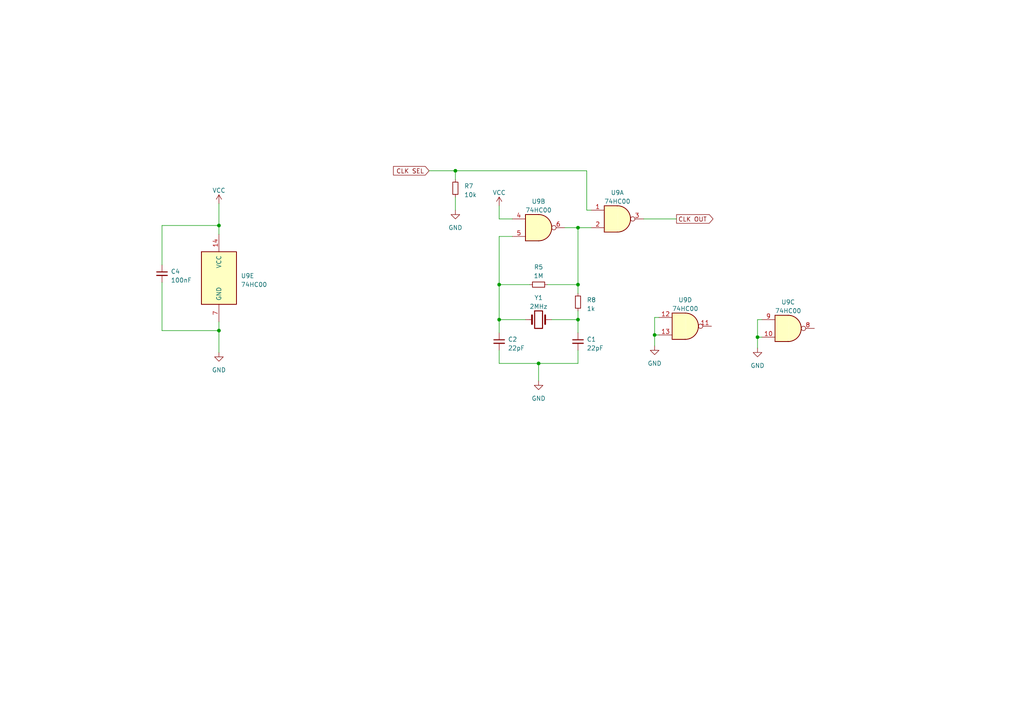
<source format=kicad_sch>
(kicad_sch (version 20230121) (generator eeschema)

  (uuid 9870616a-1660-4445-8fa4-76ab1748aa93)

  (paper "A4")

  (title_block
    (title "Oscillator")
    (date "2023-04-25")
    (rev "1")
    (company "ZLED")
  )

  (lib_symbols
    (symbol "74xx:74LS00" (pin_names (offset 1.016)) (in_bom yes) (on_board yes)
      (property "Reference" "U" (at 0 1.27 0)
        (effects (font (size 1.27 1.27)))
      )
      (property "Value" "74LS00" (at 0 -1.27 0)
        (effects (font (size 1.27 1.27)))
      )
      (property "Footprint" "" (at 0 0 0)
        (effects (font (size 1.27 1.27)) hide)
      )
      (property "Datasheet" "http://www.ti.com/lit/gpn/sn74ls00" (at 0 0 0)
        (effects (font (size 1.27 1.27)) hide)
      )
      (property "ki_locked" "" (at 0 0 0)
        (effects (font (size 1.27 1.27)))
      )
      (property "ki_keywords" "TTL nand 2-input" (at 0 0 0)
        (effects (font (size 1.27 1.27)) hide)
      )
      (property "ki_description" "quad 2-input NAND gate" (at 0 0 0)
        (effects (font (size 1.27 1.27)) hide)
      )
      (property "ki_fp_filters" "DIP*W7.62mm* SO14*" (at 0 0 0)
        (effects (font (size 1.27 1.27)) hide)
      )
      (symbol "74LS00_1_1"
        (arc (start 0 -3.81) (mid 3.7934 0) (end 0 3.81)
          (stroke (width 0.254) (type default))
          (fill (type background))
        )
        (polyline
          (pts
            (xy 0 3.81)
            (xy -3.81 3.81)
            (xy -3.81 -3.81)
            (xy 0 -3.81)
          )
          (stroke (width 0.254) (type default))
          (fill (type background))
        )
        (pin input line (at -7.62 2.54 0) (length 3.81)
          (name "~" (effects (font (size 1.27 1.27))))
          (number "1" (effects (font (size 1.27 1.27))))
        )
        (pin input line (at -7.62 -2.54 0) (length 3.81)
          (name "~" (effects (font (size 1.27 1.27))))
          (number "2" (effects (font (size 1.27 1.27))))
        )
        (pin output inverted (at 7.62 0 180) (length 3.81)
          (name "~" (effects (font (size 1.27 1.27))))
          (number "3" (effects (font (size 1.27 1.27))))
        )
      )
      (symbol "74LS00_1_2"
        (arc (start -3.81 -3.81) (mid -2.589 0) (end -3.81 3.81)
          (stroke (width 0.254) (type default))
          (fill (type none))
        )
        (arc (start -0.6096 -3.81) (mid 2.1842 -2.5851) (end 3.81 0)
          (stroke (width 0.254) (type default))
          (fill (type background))
        )
        (polyline
          (pts
            (xy -3.81 -3.81)
            (xy -0.635 -3.81)
          )
          (stroke (width 0.254) (type default))
          (fill (type background))
        )
        (polyline
          (pts
            (xy -3.81 3.81)
            (xy -0.635 3.81)
          )
          (stroke (width 0.254) (type default))
          (fill (type background))
        )
        (polyline
          (pts
            (xy -0.635 3.81)
            (xy -3.81 3.81)
            (xy -3.81 3.81)
            (xy -3.556 3.4036)
            (xy -3.0226 2.2606)
            (xy -2.6924 1.0414)
            (xy -2.6162 -0.254)
            (xy -2.7686 -1.4986)
            (xy -3.175 -2.7178)
            (xy -3.81 -3.81)
            (xy -3.81 -3.81)
            (xy -0.635 -3.81)
          )
          (stroke (width -25.4) (type default))
          (fill (type background))
        )
        (arc (start 3.81 0) (mid 2.1915 2.5936) (end -0.6096 3.81)
          (stroke (width 0.254) (type default))
          (fill (type background))
        )
        (pin input inverted (at -7.62 2.54 0) (length 4.318)
          (name "~" (effects (font (size 1.27 1.27))))
          (number "1" (effects (font (size 1.27 1.27))))
        )
        (pin input inverted (at -7.62 -2.54 0) (length 4.318)
          (name "~" (effects (font (size 1.27 1.27))))
          (number "2" (effects (font (size 1.27 1.27))))
        )
        (pin output line (at 7.62 0 180) (length 3.81)
          (name "~" (effects (font (size 1.27 1.27))))
          (number "3" (effects (font (size 1.27 1.27))))
        )
      )
      (symbol "74LS00_2_1"
        (arc (start 0 -3.81) (mid 3.7934 0) (end 0 3.81)
          (stroke (width 0.254) (type default))
          (fill (type background))
        )
        (polyline
          (pts
            (xy 0 3.81)
            (xy -3.81 3.81)
            (xy -3.81 -3.81)
            (xy 0 -3.81)
          )
          (stroke (width 0.254) (type default))
          (fill (type background))
        )
        (pin input line (at -7.62 2.54 0) (length 3.81)
          (name "~" (effects (font (size 1.27 1.27))))
          (number "4" (effects (font (size 1.27 1.27))))
        )
        (pin input line (at -7.62 -2.54 0) (length 3.81)
          (name "~" (effects (font (size 1.27 1.27))))
          (number "5" (effects (font (size 1.27 1.27))))
        )
        (pin output inverted (at 7.62 0 180) (length 3.81)
          (name "~" (effects (font (size 1.27 1.27))))
          (number "6" (effects (font (size 1.27 1.27))))
        )
      )
      (symbol "74LS00_2_2"
        (arc (start -3.81 -3.81) (mid -2.589 0) (end -3.81 3.81)
          (stroke (width 0.254) (type default))
          (fill (type none))
        )
        (arc (start -0.6096 -3.81) (mid 2.1842 -2.5851) (end 3.81 0)
          (stroke (width 0.254) (type default))
          (fill (type background))
        )
        (polyline
          (pts
            (xy -3.81 -3.81)
            (xy -0.635 -3.81)
          )
          (stroke (width 0.254) (type default))
          (fill (type background))
        )
        (polyline
          (pts
            (xy -3.81 3.81)
            (xy -0.635 3.81)
          )
          (stroke (width 0.254) (type default))
          (fill (type background))
        )
        (polyline
          (pts
            (xy -0.635 3.81)
            (xy -3.81 3.81)
            (xy -3.81 3.81)
            (xy -3.556 3.4036)
            (xy -3.0226 2.2606)
            (xy -2.6924 1.0414)
            (xy -2.6162 -0.254)
            (xy -2.7686 -1.4986)
            (xy -3.175 -2.7178)
            (xy -3.81 -3.81)
            (xy -3.81 -3.81)
            (xy -0.635 -3.81)
          )
          (stroke (width -25.4) (type default))
          (fill (type background))
        )
        (arc (start 3.81 0) (mid 2.1915 2.5936) (end -0.6096 3.81)
          (stroke (width 0.254) (type default))
          (fill (type background))
        )
        (pin input inverted (at -7.62 2.54 0) (length 4.318)
          (name "~" (effects (font (size 1.27 1.27))))
          (number "4" (effects (font (size 1.27 1.27))))
        )
        (pin input inverted (at -7.62 -2.54 0) (length 4.318)
          (name "~" (effects (font (size 1.27 1.27))))
          (number "5" (effects (font (size 1.27 1.27))))
        )
        (pin output line (at 7.62 0 180) (length 3.81)
          (name "~" (effects (font (size 1.27 1.27))))
          (number "6" (effects (font (size 1.27 1.27))))
        )
      )
      (symbol "74LS00_3_1"
        (arc (start 0 -3.81) (mid 3.7934 0) (end 0 3.81)
          (stroke (width 0.254) (type default))
          (fill (type background))
        )
        (polyline
          (pts
            (xy 0 3.81)
            (xy -3.81 3.81)
            (xy -3.81 -3.81)
            (xy 0 -3.81)
          )
          (stroke (width 0.254) (type default))
          (fill (type background))
        )
        (pin input line (at -7.62 -2.54 0) (length 3.81)
          (name "~" (effects (font (size 1.27 1.27))))
          (number "10" (effects (font (size 1.27 1.27))))
        )
        (pin output inverted (at 7.62 0 180) (length 3.81)
          (name "~" (effects (font (size 1.27 1.27))))
          (number "8" (effects (font (size 1.27 1.27))))
        )
        (pin input line (at -7.62 2.54 0) (length 3.81)
          (name "~" (effects (font (size 1.27 1.27))))
          (number "9" (effects (font (size 1.27 1.27))))
        )
      )
      (symbol "74LS00_3_2"
        (arc (start -3.81 -3.81) (mid -2.589 0) (end -3.81 3.81)
          (stroke (width 0.254) (type default))
          (fill (type none))
        )
        (arc (start -0.6096 -3.81) (mid 2.1842 -2.5851) (end 3.81 0)
          (stroke (width 0.254) (type default))
          (fill (type background))
        )
        (polyline
          (pts
            (xy -3.81 -3.81)
            (xy -0.635 -3.81)
          )
          (stroke (width 0.254) (type default))
          (fill (type background))
        )
        (polyline
          (pts
            (xy -3.81 3.81)
            (xy -0.635 3.81)
          )
          (stroke (width 0.254) (type default))
          (fill (type background))
        )
        (polyline
          (pts
            (xy -0.635 3.81)
            (xy -3.81 3.81)
            (xy -3.81 3.81)
            (xy -3.556 3.4036)
            (xy -3.0226 2.2606)
            (xy -2.6924 1.0414)
            (xy -2.6162 -0.254)
            (xy -2.7686 -1.4986)
            (xy -3.175 -2.7178)
            (xy -3.81 -3.81)
            (xy -3.81 -3.81)
            (xy -0.635 -3.81)
          )
          (stroke (width -25.4) (type default))
          (fill (type background))
        )
        (arc (start 3.81 0) (mid 2.1915 2.5936) (end -0.6096 3.81)
          (stroke (width 0.254) (type default))
          (fill (type background))
        )
        (pin input inverted (at -7.62 -2.54 0) (length 4.318)
          (name "~" (effects (font (size 1.27 1.27))))
          (number "10" (effects (font (size 1.27 1.27))))
        )
        (pin output line (at 7.62 0 180) (length 3.81)
          (name "~" (effects (font (size 1.27 1.27))))
          (number "8" (effects (font (size 1.27 1.27))))
        )
        (pin input inverted (at -7.62 2.54 0) (length 4.318)
          (name "~" (effects (font (size 1.27 1.27))))
          (number "9" (effects (font (size 1.27 1.27))))
        )
      )
      (symbol "74LS00_4_1"
        (arc (start 0 -3.81) (mid 3.7934 0) (end 0 3.81)
          (stroke (width 0.254) (type default))
          (fill (type background))
        )
        (polyline
          (pts
            (xy 0 3.81)
            (xy -3.81 3.81)
            (xy -3.81 -3.81)
            (xy 0 -3.81)
          )
          (stroke (width 0.254) (type default))
          (fill (type background))
        )
        (pin output inverted (at 7.62 0 180) (length 3.81)
          (name "~" (effects (font (size 1.27 1.27))))
          (number "11" (effects (font (size 1.27 1.27))))
        )
        (pin input line (at -7.62 2.54 0) (length 3.81)
          (name "~" (effects (font (size 1.27 1.27))))
          (number "12" (effects (font (size 1.27 1.27))))
        )
        (pin input line (at -7.62 -2.54 0) (length 3.81)
          (name "~" (effects (font (size 1.27 1.27))))
          (number "13" (effects (font (size 1.27 1.27))))
        )
      )
      (symbol "74LS00_4_2"
        (arc (start -3.81 -3.81) (mid -2.589 0) (end -3.81 3.81)
          (stroke (width 0.254) (type default))
          (fill (type none))
        )
        (arc (start -0.6096 -3.81) (mid 2.1842 -2.5851) (end 3.81 0)
          (stroke (width 0.254) (type default))
          (fill (type background))
        )
        (polyline
          (pts
            (xy -3.81 -3.81)
            (xy -0.635 -3.81)
          )
          (stroke (width 0.254) (type default))
          (fill (type background))
        )
        (polyline
          (pts
            (xy -3.81 3.81)
            (xy -0.635 3.81)
          )
          (stroke (width 0.254) (type default))
          (fill (type background))
        )
        (polyline
          (pts
            (xy -0.635 3.81)
            (xy -3.81 3.81)
            (xy -3.81 3.81)
            (xy -3.556 3.4036)
            (xy -3.0226 2.2606)
            (xy -2.6924 1.0414)
            (xy -2.6162 -0.254)
            (xy -2.7686 -1.4986)
            (xy -3.175 -2.7178)
            (xy -3.81 -3.81)
            (xy -3.81 -3.81)
            (xy -0.635 -3.81)
          )
          (stroke (width -25.4) (type default))
          (fill (type background))
        )
        (arc (start 3.81 0) (mid 2.1915 2.5936) (end -0.6096 3.81)
          (stroke (width 0.254) (type default))
          (fill (type background))
        )
        (pin output line (at 7.62 0 180) (length 3.81)
          (name "~" (effects (font (size 1.27 1.27))))
          (number "11" (effects (font (size 1.27 1.27))))
        )
        (pin input inverted (at -7.62 2.54 0) (length 4.318)
          (name "~" (effects (font (size 1.27 1.27))))
          (number "12" (effects (font (size 1.27 1.27))))
        )
        (pin input inverted (at -7.62 -2.54 0) (length 4.318)
          (name "~" (effects (font (size 1.27 1.27))))
          (number "13" (effects (font (size 1.27 1.27))))
        )
      )
      (symbol "74LS00_5_0"
        (pin power_in line (at 0 12.7 270) (length 5.08)
          (name "VCC" (effects (font (size 1.27 1.27))))
          (number "14" (effects (font (size 1.27 1.27))))
        )
        (pin power_in line (at 0 -12.7 90) (length 5.08)
          (name "GND" (effects (font (size 1.27 1.27))))
          (number "7" (effects (font (size 1.27 1.27))))
        )
      )
      (symbol "74LS00_5_1"
        (rectangle (start -5.08 7.62) (end 5.08 -7.62)
          (stroke (width 0.254) (type default))
          (fill (type background))
        )
      )
    )
    (symbol "Device:C_Small" (pin_numbers hide) (pin_names (offset 0.254) hide) (in_bom yes) (on_board yes)
      (property "Reference" "C" (at 0.254 1.778 0)
        (effects (font (size 1.27 1.27)) (justify left))
      )
      (property "Value" "C_Small" (at 0.254 -2.032 0)
        (effects (font (size 1.27 1.27)) (justify left))
      )
      (property "Footprint" "" (at 0 0 0)
        (effects (font (size 1.27 1.27)) hide)
      )
      (property "Datasheet" "~" (at 0 0 0)
        (effects (font (size 1.27 1.27)) hide)
      )
      (property "ki_keywords" "capacitor cap" (at 0 0 0)
        (effects (font (size 1.27 1.27)) hide)
      )
      (property "ki_description" "Unpolarized capacitor, small symbol" (at 0 0 0)
        (effects (font (size 1.27 1.27)) hide)
      )
      (property "ki_fp_filters" "C_*" (at 0 0 0)
        (effects (font (size 1.27 1.27)) hide)
      )
      (symbol "C_Small_0_1"
        (polyline
          (pts
            (xy -1.524 -0.508)
            (xy 1.524 -0.508)
          )
          (stroke (width 0.3302) (type default))
          (fill (type none))
        )
        (polyline
          (pts
            (xy -1.524 0.508)
            (xy 1.524 0.508)
          )
          (stroke (width 0.3048) (type default))
          (fill (type none))
        )
      )
      (symbol "C_Small_1_1"
        (pin passive line (at 0 2.54 270) (length 2.032)
          (name "~" (effects (font (size 1.27 1.27))))
          (number "1" (effects (font (size 1.27 1.27))))
        )
        (pin passive line (at 0 -2.54 90) (length 2.032)
          (name "~" (effects (font (size 1.27 1.27))))
          (number "2" (effects (font (size 1.27 1.27))))
        )
      )
    )
    (symbol "Device:Crystal" (pin_numbers hide) (pin_names (offset 1.016) hide) (in_bom yes) (on_board yes)
      (property "Reference" "Y" (at 0 3.81 0)
        (effects (font (size 1.27 1.27)))
      )
      (property "Value" "Crystal" (at 0 -3.81 0)
        (effects (font (size 1.27 1.27)))
      )
      (property "Footprint" "" (at 0 0 0)
        (effects (font (size 1.27 1.27)) hide)
      )
      (property "Datasheet" "~" (at 0 0 0)
        (effects (font (size 1.27 1.27)) hide)
      )
      (property "ki_keywords" "quartz ceramic resonator oscillator" (at 0 0 0)
        (effects (font (size 1.27 1.27)) hide)
      )
      (property "ki_description" "Two pin crystal" (at 0 0 0)
        (effects (font (size 1.27 1.27)) hide)
      )
      (property "ki_fp_filters" "Crystal*" (at 0 0 0)
        (effects (font (size 1.27 1.27)) hide)
      )
      (symbol "Crystal_0_1"
        (rectangle (start -1.143 2.54) (end 1.143 -2.54)
          (stroke (width 0.3048) (type default))
          (fill (type none))
        )
        (polyline
          (pts
            (xy -2.54 0)
            (xy -1.905 0)
          )
          (stroke (width 0) (type default))
          (fill (type none))
        )
        (polyline
          (pts
            (xy -1.905 -1.27)
            (xy -1.905 1.27)
          )
          (stroke (width 0.508) (type default))
          (fill (type none))
        )
        (polyline
          (pts
            (xy 1.905 -1.27)
            (xy 1.905 1.27)
          )
          (stroke (width 0.508) (type default))
          (fill (type none))
        )
        (polyline
          (pts
            (xy 2.54 0)
            (xy 1.905 0)
          )
          (stroke (width 0) (type default))
          (fill (type none))
        )
      )
      (symbol "Crystal_1_1"
        (pin passive line (at -3.81 0 0) (length 1.27)
          (name "1" (effects (font (size 1.27 1.27))))
          (number "1" (effects (font (size 1.27 1.27))))
        )
        (pin passive line (at 3.81 0 180) (length 1.27)
          (name "2" (effects (font (size 1.27 1.27))))
          (number "2" (effects (font (size 1.27 1.27))))
        )
      )
    )
    (symbol "Device:R_Small" (pin_numbers hide) (pin_names (offset 0.254) hide) (in_bom yes) (on_board yes)
      (property "Reference" "R" (at 0.762 0.508 0)
        (effects (font (size 1.27 1.27)) (justify left))
      )
      (property "Value" "R_Small" (at 0.762 -1.016 0)
        (effects (font (size 1.27 1.27)) (justify left))
      )
      (property "Footprint" "" (at 0 0 0)
        (effects (font (size 1.27 1.27)) hide)
      )
      (property "Datasheet" "~" (at 0 0 0)
        (effects (font (size 1.27 1.27)) hide)
      )
      (property "ki_keywords" "R resistor" (at 0 0 0)
        (effects (font (size 1.27 1.27)) hide)
      )
      (property "ki_description" "Resistor, small symbol" (at 0 0 0)
        (effects (font (size 1.27 1.27)) hide)
      )
      (property "ki_fp_filters" "R_*" (at 0 0 0)
        (effects (font (size 1.27 1.27)) hide)
      )
      (symbol "R_Small_0_1"
        (rectangle (start -0.762 1.778) (end 0.762 -1.778)
          (stroke (width 0.2032) (type default))
          (fill (type none))
        )
      )
      (symbol "R_Small_1_1"
        (pin passive line (at 0 2.54 270) (length 0.762)
          (name "~" (effects (font (size 1.27 1.27))))
          (number "1" (effects (font (size 1.27 1.27))))
        )
        (pin passive line (at 0 -2.54 90) (length 0.762)
          (name "~" (effects (font (size 1.27 1.27))))
          (number "2" (effects (font (size 1.27 1.27))))
        )
      )
    )
    (symbol "power:GND" (power) (pin_names (offset 0)) (in_bom yes) (on_board yes)
      (property "Reference" "#PWR" (at 0 -6.35 0)
        (effects (font (size 1.27 1.27)) hide)
      )
      (property "Value" "GND" (at 0 -3.81 0)
        (effects (font (size 1.27 1.27)))
      )
      (property "Footprint" "" (at 0 0 0)
        (effects (font (size 1.27 1.27)) hide)
      )
      (property "Datasheet" "" (at 0 0 0)
        (effects (font (size 1.27 1.27)) hide)
      )
      (property "ki_keywords" "global power" (at 0 0 0)
        (effects (font (size 1.27 1.27)) hide)
      )
      (property "ki_description" "Power symbol creates a global label with name \"GND\" , ground" (at 0 0 0)
        (effects (font (size 1.27 1.27)) hide)
      )
      (symbol "GND_0_1"
        (polyline
          (pts
            (xy 0 0)
            (xy 0 -1.27)
            (xy 1.27 -1.27)
            (xy 0 -2.54)
            (xy -1.27 -1.27)
            (xy 0 -1.27)
          )
          (stroke (width 0) (type default))
          (fill (type none))
        )
      )
      (symbol "GND_1_1"
        (pin power_in line (at 0 0 270) (length 0) hide
          (name "GND" (effects (font (size 1.27 1.27))))
          (number "1" (effects (font (size 1.27 1.27))))
        )
      )
    )
    (symbol "power:VCC" (power) (pin_names (offset 0)) (in_bom yes) (on_board yes)
      (property "Reference" "#PWR" (at 0 -3.81 0)
        (effects (font (size 1.27 1.27)) hide)
      )
      (property "Value" "VCC" (at 0 3.81 0)
        (effects (font (size 1.27 1.27)))
      )
      (property "Footprint" "" (at 0 0 0)
        (effects (font (size 1.27 1.27)) hide)
      )
      (property "Datasheet" "" (at 0 0 0)
        (effects (font (size 1.27 1.27)) hide)
      )
      (property "ki_keywords" "global power" (at 0 0 0)
        (effects (font (size 1.27 1.27)) hide)
      )
      (property "ki_description" "Power symbol creates a global label with name \"VCC\"" (at 0 0 0)
        (effects (font (size 1.27 1.27)) hide)
      )
      (symbol "VCC_0_1"
        (polyline
          (pts
            (xy -0.762 1.27)
            (xy 0 2.54)
          )
          (stroke (width 0) (type default))
          (fill (type none))
        )
        (polyline
          (pts
            (xy 0 0)
            (xy 0 2.54)
          )
          (stroke (width 0) (type default))
          (fill (type none))
        )
        (polyline
          (pts
            (xy 0 2.54)
            (xy 0.762 1.27)
          )
          (stroke (width 0) (type default))
          (fill (type none))
        )
      )
      (symbol "VCC_1_1"
        (pin power_in line (at 0 0 90) (length 0) hide
          (name "VCC" (effects (font (size 1.27 1.27))))
          (number "1" (effects (font (size 1.27 1.27))))
        )
      )
    )
  )

  (junction (at 167.64 92.71) (diameter 0) (color 0 0 0 0)
    (uuid 06695938-4643-4139-a652-1df639d3caee)
  )
  (junction (at 63.5 65.405) (diameter 0) (color 0 0 0 0)
    (uuid 0b3f2943-25d4-4248-977c-fe737b40d0d4)
  )
  (junction (at 144.78 92.71) (diameter 0) (color 0 0 0 0)
    (uuid 13709829-498c-43df-9476-bccd4b01d692)
  )
  (junction (at 132.08 49.53) (diameter 0) (color 0 0 0 0)
    (uuid 3f4e433e-5d58-4c9c-b1f0-e23753576e07)
  )
  (junction (at 63.5 95.885) (diameter 0) (color 0 0 0 0)
    (uuid 5946c933-aa7f-46af-b91d-637756899ca3)
  )
  (junction (at 156.21 105.41) (diameter 0) (color 0 0 0 0)
    (uuid 6076148a-7199-4b19-8614-e2f980b13b15)
  )
  (junction (at 189.865 97.155) (diameter 0) (color 0 0 0 0)
    (uuid 67f225d6-54bb-4a41-a2c6-b5847a880cab)
  )
  (junction (at 144.78 82.55) (diameter 0) (color 0 0 0 0)
    (uuid 7c332d3e-70b3-4a46-a0a6-a279d1c555d6)
  )
  (junction (at 219.71 97.79) (diameter 0) (color 0 0 0 0)
    (uuid b2bb6cc3-65af-4ee2-bffb-453deb2959c8)
  )
  (junction (at 167.64 66.04) (diameter 0) (color 0 0 0 0)
    (uuid c4ce056b-0a01-4f78-b7fb-43117d135dae)
  )
  (junction (at 167.64 82.55) (diameter 0) (color 0 0 0 0)
    (uuid e7be7480-b7ae-4ac8-9ff1-b5dbec54e091)
  )

  (wire (pts (xy 144.78 68.58) (xy 144.78 82.55))
    (stroke (width 0) (type default))
    (uuid 06d9efa4-444b-4220-904c-a8c22da8debc)
  )
  (wire (pts (xy 170.18 60.96) (xy 171.45 60.96))
    (stroke (width 0) (type default))
    (uuid 083ac2d7-2206-4660-8c3a-99faba916dc8)
  )
  (wire (pts (xy 46.99 95.885) (xy 63.5 95.885))
    (stroke (width 0) (type default))
    (uuid 0a3f5ccd-64c0-4461-888a-ede18df455d6)
  )
  (wire (pts (xy 167.64 92.71) (xy 167.64 96.52))
    (stroke (width 0) (type default))
    (uuid 0e60d617-b31c-4af0-a6b5-e33dc9ef7276)
  )
  (wire (pts (xy 189.865 97.155) (xy 191.135 97.155))
    (stroke (width 0) (type default))
    (uuid 158183b3-9cc3-4177-a440-f070ea3570b0)
  )
  (wire (pts (xy 144.78 68.58) (xy 148.59 68.58))
    (stroke (width 0) (type default))
    (uuid 17d562d9-4c8d-42ba-9da9-b6e24541d751)
  )
  (wire (pts (xy 167.64 82.55) (xy 167.64 85.09))
    (stroke (width 0) (type default))
    (uuid 180b624a-1a15-41af-b88e-31a5d7f4ed86)
  )
  (wire (pts (xy 144.78 92.71) (xy 152.4 92.71))
    (stroke (width 0) (type default))
    (uuid 1ddf488a-37a8-47d6-8603-842ccb438119)
  )
  (wire (pts (xy 144.78 82.55) (xy 144.78 92.71))
    (stroke (width 0) (type default))
    (uuid 24c983b2-e9c7-4166-b57f-2278e92feac7)
  )
  (wire (pts (xy 158.75 82.55) (xy 167.64 82.55))
    (stroke (width 0) (type default))
    (uuid 2a72820c-2779-488c-af0c-955a930e721a)
  )
  (wire (pts (xy 219.71 97.79) (xy 220.98 97.79))
    (stroke (width 0) (type default))
    (uuid 2ade3305-954a-418b-b620-0cde721d02ba)
  )
  (wire (pts (xy 219.71 97.79) (xy 219.71 100.965))
    (stroke (width 0) (type default))
    (uuid 2c2507a5-4f45-448d-92a6-f5951b06e325)
  )
  (wire (pts (xy 144.78 105.41) (xy 156.21 105.41))
    (stroke (width 0) (type default))
    (uuid 3a30ed5f-b91f-4119-8258-12e1efe3bbd2)
  )
  (wire (pts (xy 144.78 92.71) (xy 144.78 96.52))
    (stroke (width 0) (type default))
    (uuid 3c1a6ed5-5872-4d28-afcd-20cbb2d91f1b)
  )
  (wire (pts (xy 219.71 92.71) (xy 220.98 92.71))
    (stroke (width 0) (type default))
    (uuid 4c63e56b-c5ba-4abe-87b7-ea8a2c74bcb9)
  )
  (wire (pts (xy 163.83 66.04) (xy 167.64 66.04))
    (stroke (width 0) (type default))
    (uuid 538ea3d7-78ea-4b55-96b2-097c03930643)
  )
  (wire (pts (xy 144.78 101.6) (xy 144.78 105.41))
    (stroke (width 0) (type default))
    (uuid 57e4acc1-fa2a-4aaa-a693-cb14c7681141)
  )
  (wire (pts (xy 46.99 65.405) (xy 63.5 65.405))
    (stroke (width 0) (type default))
    (uuid 5c512427-fdcb-4089-b135-147efcfb9a92)
  )
  (wire (pts (xy 144.78 63.5) (xy 148.59 63.5))
    (stroke (width 0) (type default))
    (uuid 5ddbf3bf-08d2-457e-bd92-6fd9f67b0b4b)
  )
  (wire (pts (xy 167.64 82.55) (xy 167.64 66.04))
    (stroke (width 0) (type default))
    (uuid 5e0c72fc-0ea2-4d5b-b8cb-9a9a9e1315b4)
  )
  (wire (pts (xy 219.71 92.71) (xy 219.71 97.79))
    (stroke (width 0) (type default))
    (uuid 5fdeb9b7-c838-48f0-8f6e-7a226dcd2770)
  )
  (wire (pts (xy 144.78 82.55) (xy 153.67 82.55))
    (stroke (width 0) (type default))
    (uuid 61acbf75-a78f-40cd-988c-418796bec519)
  )
  (wire (pts (xy 63.5 65.405) (xy 63.5 67.945))
    (stroke (width 0) (type default))
    (uuid 646a238f-1a42-484e-9168-a6dcf5c824d0)
  )
  (wire (pts (xy 167.64 101.6) (xy 167.64 105.41))
    (stroke (width 0) (type default))
    (uuid 6bafde30-774b-4d2d-96ac-138e87cc10d7)
  )
  (wire (pts (xy 132.08 49.53) (xy 132.08 52.07))
    (stroke (width 0) (type default))
    (uuid 6f0dfeb2-ea3b-4bbb-9c19-ac1ffdcdf993)
  )
  (wire (pts (xy 63.5 95.885) (xy 63.5 102.235))
    (stroke (width 0) (type default))
    (uuid 73802716-11fc-434b-9c63-cc7f8b7c5631)
  )
  (wire (pts (xy 63.5 95.885) (xy 63.5 93.345))
    (stroke (width 0) (type default))
    (uuid 86aad791-daaa-4eae-bee3-b079403126bf)
  )
  (wire (pts (xy 170.18 49.53) (xy 170.18 60.96))
    (stroke (width 0) (type default))
    (uuid 89f678e9-1ee2-4937-9808-7e24cb91e713)
  )
  (wire (pts (xy 46.99 81.915) (xy 46.99 95.885))
    (stroke (width 0) (type default))
    (uuid 92773f7c-6fdd-4ca0-aa40-c65d0566af5f)
  )
  (wire (pts (xy 167.64 90.17) (xy 167.64 92.71))
    (stroke (width 0) (type default))
    (uuid 93fbd43b-77fe-438a-a649-d5de12980a02)
  )
  (wire (pts (xy 160.02 92.71) (xy 167.64 92.71))
    (stroke (width 0) (type default))
    (uuid 992e7f2d-3696-4db2-b133-3cf9ec48f916)
  )
  (wire (pts (xy 156.21 105.41) (xy 167.64 105.41))
    (stroke (width 0) (type default))
    (uuid a2ff2488-ec18-4859-a474-4e423f04536d)
  )
  (wire (pts (xy 167.64 66.04) (xy 171.45 66.04))
    (stroke (width 0) (type default))
    (uuid aa4f2169-4f2a-4912-9a48-30e10e8cf76c)
  )
  (wire (pts (xy 132.08 57.15) (xy 132.08 60.96))
    (stroke (width 0) (type default))
    (uuid bb813755-b16f-453e-b6a7-3b609783da56)
  )
  (wire (pts (xy 63.5 59.055) (xy 63.5 65.405))
    (stroke (width 0) (type default))
    (uuid bf6ef6ef-3947-4ece-9c3a-35309b26e31d)
  )
  (wire (pts (xy 186.69 63.5) (xy 196.215 63.5))
    (stroke (width 0) (type default))
    (uuid c03a9691-bf48-478a-ae5b-4a6090967a47)
  )
  (wire (pts (xy 132.08 49.53) (xy 170.18 49.53))
    (stroke (width 0) (type default))
    (uuid c063ed9e-cd5a-473f-887d-a904e620a425)
  )
  (wire (pts (xy 124.46 49.53) (xy 132.08 49.53))
    (stroke (width 0) (type default))
    (uuid c89aff78-1e17-4bfc-b496-215a32e282d6)
  )
  (wire (pts (xy 46.99 76.835) (xy 46.99 65.405))
    (stroke (width 0) (type default))
    (uuid cfb5e940-e58f-48ee-9c68-deed4177317c)
  )
  (wire (pts (xy 156.21 105.41) (xy 156.21 110.49))
    (stroke (width 0) (type default))
    (uuid d4278893-cfe3-46d4-b3c2-38dc476c2452)
  )
  (wire (pts (xy 189.865 92.075) (xy 191.135 92.075))
    (stroke (width 0) (type default))
    (uuid dea81f03-b6fe-44ad-8ea1-218a5494103c)
  )
  (wire (pts (xy 189.865 92.075) (xy 189.865 97.155))
    (stroke (width 0) (type default))
    (uuid e3c48f88-0f47-46f2-af65-ba68200dada6)
  )
  (wire (pts (xy 144.78 59.69) (xy 144.78 63.5))
    (stroke (width 0) (type default))
    (uuid e53cff5c-ad32-4237-9bce-2477fa43cc53)
  )
  (wire (pts (xy 189.865 97.155) (xy 189.865 100.33))
    (stroke (width 0) (type default))
    (uuid ecd09bbe-7c68-423d-972f-6d75b9f96e36)
  )

  (global_label "CLK SEL" (shape input) (at 124.46 49.53 180) (fields_autoplaced)
    (effects (font (size 1.27 1.27)) (justify right))
    (uuid ae498702-827e-49b1-80a5-34003d871c20)
    (property "Intersheetrefs" "${INTERSHEET_REFS}" (at 113.8375 49.53 0)
      (effects (font (size 1.27 1.27)) (justify right) hide)
    )
  )
  (global_label "CLK OUT" (shape output) (at 196.215 63.5 0) (fields_autoplaced)
    (effects (font (size 1.27 1.27)) (justify left))
    (uuid e2f71dcf-70d5-4f39-b85a-5e06a3df94be)
    (property "Intersheetrefs" "${INTERSHEET_REFS}" (at 207.0795 63.5 0)
      (effects (font (size 1.27 1.27)) (justify left) hide)
    )
  )

  (symbol (lib_id "74xx:74LS00") (at 63.5 80.645 0) (unit 5)
    (in_bom yes) (on_board yes) (dnp no) (fields_autoplaced)
    (uuid 0da47751-7699-42cf-988a-af8c0e91686f)
    (property "Reference" "U9" (at 69.85 80.01 0)
      (effects (font (size 1.27 1.27)) (justify left))
    )
    (property "Value" "74HC00" (at 69.85 82.55 0)
      (effects (font (size 1.27 1.27)) (justify left))
    )
    (property "Footprint" "Package_DIP:DIP-14_W7.62mm_Socket" (at 63.5 80.645 0)
      (effects (font (size 1.27 1.27)) hide)
    )
    (property "Datasheet" "http://www.ti.com/lit/gpn/sn74ls00" (at 63.5 80.645 0)
      (effects (font (size 1.27 1.27)) hide)
    )
    (pin "1" (uuid fefc4f04-4809-4120-a1d3-05e681b034d6))
    (pin "2" (uuid 8700dae3-3a6b-44e2-acb9-e8179a9c02e3))
    (pin "3" (uuid 6101e3c1-4278-41e2-b2ae-361773a17af6))
    (pin "4" (uuid 7cc6d3d6-9d5f-4529-aa01-c606861987ca))
    (pin "5" (uuid 8cc4c51a-9553-46fa-a40d-f172fea6678a))
    (pin "6" (uuid db63404a-770f-44fa-9ccf-8aebb08ca81f))
    (pin "10" (uuid 0c70553a-0659-4099-8770-f093c1214ca1))
    (pin "8" (uuid e302b6d8-e0ea-4194-a607-970051c56105))
    (pin "9" (uuid 4813773c-8b55-449f-9503-0b2a9f70b92b))
    (pin "11" (uuid 3a7bf4f3-4013-43aa-9e4c-50bcc4b32e6c))
    (pin "12" (uuid 28ae1464-cd28-43d2-a191-aa5551cfa16f))
    (pin "13" (uuid 52202432-ee67-4c46-8e5d-f749f2e1d903))
    (pin "14" (uuid c8e57187-feca-47ef-a57b-18afe7200b0e))
    (pin "7" (uuid 1ef4cdea-9d27-42a5-9498-c3d2f300a970))
    (instances
      (project "cdp-mobo"
        (path "/5e8f1c57-6ce0-4aa7-bada-f0190b6e7e82/f5e45a71-d3db-4150-93a3-ada6e4699520"
          (reference "U9") (unit 5)
        )
      )
    )
  )

  (symbol (lib_id "power:GND") (at 189.865 100.33 0) (unit 1)
    (in_bom yes) (on_board yes) (dnp no) (fields_autoplaced)
    (uuid 2c835072-1111-4f33-a081-edfca1c37e7a)
    (property "Reference" "#PWR034" (at 189.865 106.68 0)
      (effects (font (size 1.27 1.27)) hide)
    )
    (property "Value" "GND" (at 189.865 105.41 0)
      (effects (font (size 1.27 1.27)))
    )
    (property "Footprint" "" (at 189.865 100.33 0)
      (effects (font (size 1.27 1.27)) hide)
    )
    (property "Datasheet" "" (at 189.865 100.33 0)
      (effects (font (size 1.27 1.27)) hide)
    )
    (pin "1" (uuid 365b25d6-e779-4d08-b6d8-6ea86d22d902))
    (instances
      (project "cdp-mobo"
        (path "/5e8f1c57-6ce0-4aa7-bada-f0190b6e7e82/f5e45a71-d3db-4150-93a3-ada6e4699520"
          (reference "#PWR034") (unit 1)
        )
      )
    )
  )

  (symbol (lib_id "power:GND") (at 156.21 110.49 0) (unit 1)
    (in_bom yes) (on_board yes) (dnp no) (fields_autoplaced)
    (uuid 2ebbb222-a629-42f3-8146-620d2867ef22)
    (property "Reference" "#PWR014" (at 156.21 116.84 0)
      (effects (font (size 1.27 1.27)) hide)
    )
    (property "Value" "GND" (at 156.21 115.57 0)
      (effects (font (size 1.27 1.27)))
    )
    (property "Footprint" "" (at 156.21 110.49 0)
      (effects (font (size 1.27 1.27)) hide)
    )
    (property "Datasheet" "" (at 156.21 110.49 0)
      (effects (font (size 1.27 1.27)) hide)
    )
    (pin "1" (uuid e4ac000f-8935-4231-9e61-0d470a06ebc1))
    (instances
      (project "cdp-mobo"
        (path "/5e8f1c57-6ce0-4aa7-bada-f0190b6e7e82/f5e45a71-d3db-4150-93a3-ada6e4699520"
          (reference "#PWR014") (unit 1)
        )
      )
    )
  )

  (symbol (lib_id "power:VCC") (at 63.5 59.055 0) (unit 1)
    (in_bom yes) (on_board yes) (dnp no) (fields_autoplaced)
    (uuid 4e028458-7003-4068-9623-6916a176a9af)
    (property "Reference" "#PWR016" (at 63.5 62.865 0)
      (effects (font (size 1.27 1.27)) hide)
    )
    (property "Value" "VCC" (at 63.5 55.245 0)
      (effects (font (size 1.27 1.27)))
    )
    (property "Footprint" "" (at 63.5 59.055 0)
      (effects (font (size 1.27 1.27)) hide)
    )
    (property "Datasheet" "" (at 63.5 59.055 0)
      (effects (font (size 1.27 1.27)) hide)
    )
    (pin "1" (uuid 7b6e1404-780c-4911-b523-ad71794f4ab3))
    (instances
      (project "cdp-mobo"
        (path "/5e8f1c57-6ce0-4aa7-bada-f0190b6e7e82/f5e45a71-d3db-4150-93a3-ada6e4699520"
          (reference "#PWR016") (unit 1)
        )
      )
    )
  )

  (symbol (lib_id "power:GND") (at 132.08 60.96 0) (unit 1)
    (in_bom yes) (on_board yes) (dnp no) (fields_autoplaced)
    (uuid 659f8850-8d41-4c63-9bee-a2006fec7e2c)
    (property "Reference" "#PWR015" (at 132.08 67.31 0)
      (effects (font (size 1.27 1.27)) hide)
    )
    (property "Value" "GND" (at 132.08 66.04 0)
      (effects (font (size 1.27 1.27)))
    )
    (property "Footprint" "" (at 132.08 60.96 0)
      (effects (font (size 1.27 1.27)) hide)
    )
    (property "Datasheet" "" (at 132.08 60.96 0)
      (effects (font (size 1.27 1.27)) hide)
    )
    (pin "1" (uuid 2979c074-f370-4783-9536-17e15be75132))
    (instances
      (project "cdp-mobo"
        (path "/5e8f1c57-6ce0-4aa7-bada-f0190b6e7e82/f5e45a71-d3db-4150-93a3-ada6e4699520"
          (reference "#PWR015") (unit 1)
        )
      )
    )
  )

  (symbol (lib_id "Device:Crystal") (at 156.21 92.71 0) (unit 1)
    (in_bom yes) (on_board yes) (dnp no) (fields_autoplaced)
    (uuid 71fbdc32-f93c-4d11-b375-106b8032100e)
    (property "Reference" "Y1" (at 156.21 86.36 0)
      (effects (font (size 1.27 1.27)))
    )
    (property "Value" "2MHz" (at 156.21 88.9 0)
      (effects (font (size 1.27 1.27)))
    )
    (property "Footprint" "Crystal:Crystal_HC49-U_Vertical" (at 156.21 92.71 0)
      (effects (font (size 1.27 1.27)) hide)
    )
    (property "Datasheet" "~" (at 156.21 92.71 0)
      (effects (font (size 1.27 1.27)) hide)
    )
    (pin "1" (uuid 92688b9a-aead-4e7b-9c88-4f3deeb2a78a))
    (pin "2" (uuid aa85c286-af96-4f83-a339-22908f732d87))
    (instances
      (project "cdp-mobo"
        (path "/5e8f1c57-6ce0-4aa7-bada-f0190b6e7e82/f5e45a71-d3db-4150-93a3-ada6e4699520"
          (reference "Y1") (unit 1)
        )
      )
    )
  )

  (symbol (lib_id "power:VCC") (at 144.78 59.69 0) (unit 1)
    (in_bom yes) (on_board yes) (dnp no) (fields_autoplaced)
    (uuid 806e0d7a-5d78-4376-b0f5-91afb23a6cb9)
    (property "Reference" "#PWR013" (at 144.78 63.5 0)
      (effects (font (size 1.27 1.27)) hide)
    )
    (property "Value" "VCC" (at 144.78 55.88 0)
      (effects (font (size 1.27 1.27)))
    )
    (property "Footprint" "" (at 144.78 59.69 0)
      (effects (font (size 1.27 1.27)) hide)
    )
    (property "Datasheet" "" (at 144.78 59.69 0)
      (effects (font (size 1.27 1.27)) hide)
    )
    (pin "1" (uuid 9117c101-64d5-483d-a7b3-7c69a38fb557))
    (instances
      (project "cdp-mobo"
        (path "/5e8f1c57-6ce0-4aa7-bada-f0190b6e7e82/f5e45a71-d3db-4150-93a3-ada6e4699520"
          (reference "#PWR013") (unit 1)
        )
      )
    )
  )

  (symbol (lib_id "74xx:74LS00") (at 179.07 63.5 0) (unit 1)
    (in_bom yes) (on_board yes) (dnp no) (fields_autoplaced)
    (uuid 90dd19f5-192e-42da-9a00-181d144168b2)
    (property "Reference" "U9" (at 179.0617 55.88 0)
      (effects (font (size 1.27 1.27)))
    )
    (property "Value" "74HC00" (at 179.0617 58.42 0)
      (effects (font (size 1.27 1.27)))
    )
    (property "Footprint" "Package_DIP:DIP-14_W7.62mm_Socket" (at 179.07 63.5 0)
      (effects (font (size 1.27 1.27)) hide)
    )
    (property "Datasheet" "http://www.ti.com/lit/gpn/sn74ls00" (at 179.07 63.5 0)
      (effects (font (size 1.27 1.27)) hide)
    )
    (pin "1" (uuid a73fd85e-b9da-4834-8002-4fa97b417a56))
    (pin "2" (uuid 2920186e-d217-441a-8efb-6375d5f22810))
    (pin "3" (uuid 00f23aa5-2d87-44b7-bb6a-94ecdd63699e))
    (pin "4" (uuid e8a08bb8-99ff-4e0c-97ec-c1b8a88022b8))
    (pin "5" (uuid 0a19ee32-a214-4648-8d61-a755949f6edb))
    (pin "6" (uuid 3c6424c9-4659-4ea1-8a43-6b372cb31dc1))
    (pin "10" (uuid 551abee1-26f4-46e7-abf2-649eb6a6f8a8))
    (pin "8" (uuid 1e5e806b-322f-402a-8ea8-565228008242))
    (pin "9" (uuid f0fa7b75-3b4a-437a-95e5-6acba02c93d2))
    (pin "11" (uuid 36e79fa9-16d6-40f3-8cf0-340946f86148))
    (pin "12" (uuid 293d69b7-82e4-4d89-86fc-7eae05577fd0))
    (pin "13" (uuid 18f7f062-969e-43b4-a454-bc479516d771))
    (pin "14" (uuid fe4021b1-145a-48f3-87b6-0ad575747813))
    (pin "7" (uuid a8b09c65-9191-45eb-abe6-51f9f1687578))
    (instances
      (project "cdp-mobo"
        (path "/5e8f1c57-6ce0-4aa7-bada-f0190b6e7e82/f5e45a71-d3db-4150-93a3-ada6e4699520"
          (reference "U9") (unit 1)
        )
      )
    )
  )

  (symbol (lib_id "Device:R_Small") (at 156.21 82.55 270) (unit 1)
    (in_bom yes) (on_board yes) (dnp no) (fields_autoplaced)
    (uuid 988d848c-3f4f-4e77-b316-0d942d2d2951)
    (property "Reference" "R5" (at 156.21 77.47 90)
      (effects (font (size 1.27 1.27)))
    )
    (property "Value" "1M" (at 156.21 80.01 90)
      (effects (font (size 1.27 1.27)))
    )
    (property "Footprint" "Resistor_THT:R_Axial_DIN0207_L6.3mm_D2.5mm_P10.16mm_Horizontal" (at 156.21 82.55 0)
      (effects (font (size 1.27 1.27)) hide)
    )
    (property "Datasheet" "~" (at 156.21 82.55 0)
      (effects (font (size 1.27 1.27)) hide)
    )
    (pin "1" (uuid cc9ba069-2e25-4539-953b-3c52c9f1b022))
    (pin "2" (uuid c9433fc1-c08b-4065-baf7-3c3424f46549))
    (instances
      (project "cdp-mobo"
        (path "/5e8f1c57-6ce0-4aa7-bada-f0190b6e7e82/f5e45a71-d3db-4150-93a3-ada6e4699520"
          (reference "R5") (unit 1)
        )
      )
    )
  )

  (symbol (lib_id "Device:C_Small") (at 167.64 99.06 0) (unit 1)
    (in_bom yes) (on_board yes) (dnp no) (fields_autoplaced)
    (uuid a29471fd-e886-4835-b035-5e5ee6ac6fb8)
    (property "Reference" "C1" (at 170.18 98.4313 0)
      (effects (font (size 1.27 1.27)) (justify left))
    )
    (property "Value" "22pF" (at 170.18 100.9713 0)
      (effects (font (size 1.27 1.27)) (justify left))
    )
    (property "Footprint" "Capacitor_THT:C_Disc_D3.0mm_W1.6mm_P2.50mm" (at 167.64 99.06 0)
      (effects (font (size 1.27 1.27)) hide)
    )
    (property "Datasheet" "~" (at 167.64 99.06 0)
      (effects (font (size 1.27 1.27)) hide)
    )
    (pin "1" (uuid 029eff64-9c14-4c1a-b03e-fc3bbf5fafd6))
    (pin "2" (uuid a4c4073f-9236-4fd4-be23-5ba2c67706a3))
    (instances
      (project "cdp-mobo"
        (path "/5e8f1c57-6ce0-4aa7-bada-f0190b6e7e82/f5e45a71-d3db-4150-93a3-ada6e4699520"
          (reference "C1") (unit 1)
        )
      )
    )
  )

  (symbol (lib_id "Device:C_Small") (at 144.78 99.06 0) (unit 1)
    (in_bom yes) (on_board yes) (dnp no)
    (uuid b9087267-efeb-4973-b8e9-34ccb939d078)
    (property "Reference" "C2" (at 147.32 98.4313 0)
      (effects (font (size 1.27 1.27)) (justify left))
    )
    (property "Value" "22pF" (at 147.32 100.9713 0)
      (effects (font (size 1.27 1.27)) (justify left))
    )
    (property "Footprint" "Capacitor_THT:C_Disc_D3.0mm_W1.6mm_P2.50mm" (at 144.78 99.06 0)
      (effects (font (size 1.27 1.27)) hide)
    )
    (property "Datasheet" "~" (at 144.78 99.06 0)
      (effects (font (size 1.27 1.27)) hide)
    )
    (pin "1" (uuid cdf280b5-49c7-4ee5-bb2e-d2143e3f739b))
    (pin "2" (uuid be6c6975-fa97-4b98-8981-aacdf5e0cece))
    (instances
      (project "cdp-mobo"
        (path "/5e8f1c57-6ce0-4aa7-bada-f0190b6e7e82/f5e45a71-d3db-4150-93a3-ada6e4699520"
          (reference "C2") (unit 1)
        )
      )
    )
  )

  (symbol (lib_id "Device:R_Small") (at 132.08 54.61 180) (unit 1)
    (in_bom yes) (on_board yes) (dnp no) (fields_autoplaced)
    (uuid bd766360-ece4-49e2-9241-804bd5ac9ff4)
    (property "Reference" "R7" (at 134.62 53.975 0)
      (effects (font (size 1.27 1.27)) (justify right))
    )
    (property "Value" "10k" (at 134.62 56.515 0)
      (effects (font (size 1.27 1.27)) (justify right))
    )
    (property "Footprint" "Resistor_THT:R_Axial_DIN0207_L6.3mm_D2.5mm_P10.16mm_Horizontal" (at 132.08 54.61 0)
      (effects (font (size 1.27 1.27)) hide)
    )
    (property "Datasheet" "~" (at 132.08 54.61 0)
      (effects (font (size 1.27 1.27)) hide)
    )
    (pin "1" (uuid 40468593-cdf0-4315-a8c4-bc57ca5dc4f3))
    (pin "2" (uuid da9d149b-f742-45b0-bed5-3c5bd4d59028))
    (instances
      (project "cdp-mobo"
        (path "/5e8f1c57-6ce0-4aa7-bada-f0190b6e7e82/f5e45a71-d3db-4150-93a3-ada6e4699520"
          (reference "R7") (unit 1)
        )
      )
    )
  )

  (symbol (lib_id "74xx:74LS00") (at 198.755 94.615 0) (unit 4)
    (in_bom yes) (on_board yes) (dnp no) (fields_autoplaced)
    (uuid be031885-e66e-489e-8dd0-d8066a2d85dd)
    (property "Reference" "U9" (at 198.7467 86.995 0)
      (effects (font (size 1.27 1.27)))
    )
    (property "Value" "74HC00" (at 198.7467 89.535 0)
      (effects (font (size 1.27 1.27)))
    )
    (property "Footprint" "Package_DIP:DIP-14_W7.62mm_Socket" (at 198.755 94.615 0)
      (effects (font (size 1.27 1.27)) hide)
    )
    (property "Datasheet" "http://www.ti.com/lit/gpn/sn74ls00" (at 198.755 94.615 0)
      (effects (font (size 1.27 1.27)) hide)
    )
    (pin "1" (uuid 2911f8c4-15b5-4368-a242-43eaa77ec9e0))
    (pin "2" (uuid aa15fce1-5319-45e3-88f3-27ac2373d8d0))
    (pin "3" (uuid 799ffb92-a0a6-402e-b1ae-3aa5d1393646))
    (pin "4" (uuid 68ddf876-32b5-455b-baa1-30633eea8bdf))
    (pin "5" (uuid b6d40653-9de8-4dc5-8284-04602aec2169))
    (pin "6" (uuid 20f38450-f738-4c8a-9c28-49a8c74d714f))
    (pin "10" (uuid 465abe53-7b44-41d7-b89c-bcd648b03ddd))
    (pin "8" (uuid 11081721-3f86-46e2-9f1e-62a9f8ef2b45))
    (pin "9" (uuid 5e5be7a3-61d2-4de2-8ac9-e7dc2b19fefe))
    (pin "11" (uuid 8a19c0e1-083a-4e13-b98e-9f3e3f1a47db))
    (pin "12" (uuid b70c1089-56a3-4831-aa14-9347d69b9992))
    (pin "13" (uuid 48f6e54d-6c1f-4b24-844f-3a1776320fc3))
    (pin "14" (uuid 98a1a1ba-1737-4692-b93a-0c93608f76bd))
    (pin "7" (uuid 8c85656e-61f6-4eb7-8dba-b05a21b66667))
    (instances
      (project "cdp-mobo"
        (path "/5e8f1c57-6ce0-4aa7-bada-f0190b6e7e82/f5e45a71-d3db-4150-93a3-ada6e4699520"
          (reference "U9") (unit 4)
        )
      )
    )
  )

  (symbol (lib_id "power:GND") (at 219.71 100.965 0) (unit 1)
    (in_bom yes) (on_board yes) (dnp no) (fields_autoplaced)
    (uuid cf0783f7-381b-4603-acaa-34d593e4c1a4)
    (property "Reference" "#PWR07" (at 219.71 107.315 0)
      (effects (font (size 1.27 1.27)) hide)
    )
    (property "Value" "GND" (at 219.71 106.045 0)
      (effects (font (size 1.27 1.27)))
    )
    (property "Footprint" "" (at 219.71 100.965 0)
      (effects (font (size 1.27 1.27)) hide)
    )
    (property "Datasheet" "" (at 219.71 100.965 0)
      (effects (font (size 1.27 1.27)) hide)
    )
    (pin "1" (uuid e4c7c6c1-953a-41ba-bd0c-d5e393019bd5))
    (instances
      (project "cdp-mobo"
        (path "/5e8f1c57-6ce0-4aa7-bada-f0190b6e7e82/f5e45a71-d3db-4150-93a3-ada6e4699520"
          (reference "#PWR07") (unit 1)
        )
      )
    )
  )

  (symbol (lib_id "Device:R_Small") (at 167.64 87.63 180) (unit 1)
    (in_bom yes) (on_board yes) (dnp no) (fields_autoplaced)
    (uuid d66cd564-9167-4a56-ad78-2580bd038b73)
    (property "Reference" "R8" (at 170.18 86.995 0)
      (effects (font (size 1.27 1.27)) (justify right))
    )
    (property "Value" "1k" (at 170.18 89.535 0)
      (effects (font (size 1.27 1.27)) (justify right))
    )
    (property "Footprint" "Resistor_THT:R_Axial_DIN0207_L6.3mm_D2.5mm_P10.16mm_Horizontal" (at 167.64 87.63 0)
      (effects (font (size 1.27 1.27)) hide)
    )
    (property "Datasheet" "~" (at 167.64 87.63 0)
      (effects (font (size 1.27 1.27)) hide)
    )
    (pin "1" (uuid cfed4ec9-363b-4d75-a93a-73ad1832bc9c))
    (pin "2" (uuid 8d6bd662-b976-40b9-a382-9a11117c1130))
    (instances
      (project "cdp-mobo"
        (path "/5e8f1c57-6ce0-4aa7-bada-f0190b6e7e82/f5e45a71-d3db-4150-93a3-ada6e4699520"
          (reference "R8") (unit 1)
        )
      )
    )
  )

  (symbol (lib_id "74xx:74LS00") (at 156.21 66.04 0) (unit 2)
    (in_bom yes) (on_board yes) (dnp no) (fields_autoplaced)
    (uuid de15bda4-9c65-403e-93b4-43f82a03222c)
    (property "Reference" "U9" (at 156.2017 58.42 0)
      (effects (font (size 1.27 1.27)))
    )
    (property "Value" "74HC00" (at 156.2017 60.96 0)
      (effects (font (size 1.27 1.27)))
    )
    (property "Footprint" "Package_DIP:DIP-14_W7.62mm_Socket" (at 156.21 66.04 0)
      (effects (font (size 1.27 1.27)) hide)
    )
    (property "Datasheet" "http://www.ti.com/lit/gpn/sn74ls00" (at 156.21 66.04 0)
      (effects (font (size 1.27 1.27)) hide)
    )
    (pin "1" (uuid d073d3ef-a0c3-4cba-aff9-fc21515fc27d))
    (pin "2" (uuid 6fb12f98-5ff2-45a8-a17a-5a2fcedc46d0))
    (pin "3" (uuid e317d8e7-02e6-438f-bcdf-a178f93008ed))
    (pin "4" (uuid 71d4a035-29cc-43f3-8035-c9aa90ae553d))
    (pin "5" (uuid 5218b1c4-af5e-4aac-84d4-9925b12d8201))
    (pin "6" (uuid c0212876-fda5-4bca-b411-ed64a96f8602))
    (pin "10" (uuid 2d7bb564-d095-402d-a546-b7c110f44c77))
    (pin "8" (uuid 5733a325-3336-4fdc-9666-10842d8ce6aa))
    (pin "9" (uuid 93c51e7b-3f0d-41e2-b575-09681b3b38fb))
    (pin "11" (uuid d1bd4aa4-b037-484a-af8f-be473b8d0076))
    (pin "12" (uuid 1561485c-1413-47f4-8643-a0d99d3c5e71))
    (pin "13" (uuid 9810c27c-6a09-42f9-a096-2e47307af655))
    (pin "14" (uuid ee2b69f5-258c-4714-bdbd-6f913b3b55d7))
    (pin "7" (uuid 12587f95-bd5b-45c3-a496-3f0eddf5d2c0))
    (instances
      (project "cdp-mobo"
        (path "/5e8f1c57-6ce0-4aa7-bada-f0190b6e7e82/f5e45a71-d3db-4150-93a3-ada6e4699520"
          (reference "U9") (unit 2)
        )
      )
    )
  )

  (symbol (lib_id "74xx:74LS00") (at 228.6 95.25 0) (unit 3)
    (in_bom yes) (on_board yes) (dnp no) (fields_autoplaced)
    (uuid e4f697f5-f2a5-4670-a5ab-c8f5ab1f78a5)
    (property "Reference" "U9" (at 228.5917 87.63 0)
      (effects (font (size 1.27 1.27)))
    )
    (property "Value" "74HC00" (at 228.5917 90.17 0)
      (effects (font (size 1.27 1.27)))
    )
    (property "Footprint" "Package_DIP:DIP-14_W7.62mm_Socket" (at 228.6 95.25 0)
      (effects (font (size 1.27 1.27)) hide)
    )
    (property "Datasheet" "http://www.ti.com/lit/gpn/sn74ls00" (at 228.6 95.25 0)
      (effects (font (size 1.27 1.27)) hide)
    )
    (pin "1" (uuid bfa7f5fe-fc74-4c1f-93bc-e9e1e267099d))
    (pin "2" (uuid c3f7556a-c2bf-491a-b0df-dfba4be1911c))
    (pin "3" (uuid 9e5a9ce8-9b6c-4693-aadc-5b71dc7c59ef))
    (pin "4" (uuid 333de211-7d90-43d9-bcff-5a8d2ef05f88))
    (pin "5" (uuid 30a9e3cf-3ef0-44fd-970a-50d0892c471e))
    (pin "6" (uuid c357426d-aa45-4ef9-b311-4901cd4bce54))
    (pin "10" (uuid 6c5fde6c-a031-459f-96c9-7e498128b35a))
    (pin "8" (uuid 724ca3cf-97e9-4e1e-a9fc-4471fc3b3366))
    (pin "9" (uuid 5048c2ba-12c6-4a6c-9b47-5d9e20de0f1e))
    (pin "11" (uuid ca5f6447-b8d6-439c-bb2c-76d390b82a45))
    (pin "12" (uuid ea3c237c-2917-43aa-aea8-cec433d980bc))
    (pin "13" (uuid 422502cf-e5f4-486c-b27c-fda1f75bb6e6))
    (pin "14" (uuid 92d21eb3-cb9b-428e-919f-4a88ae64ab25))
    (pin "7" (uuid 4aa75f57-d7ff-44b3-878e-05c2cfc6cb09))
    (instances
      (project "cdp-mobo"
        (path "/5e8f1c57-6ce0-4aa7-bada-f0190b6e7e82/f5e45a71-d3db-4150-93a3-ada6e4699520"
          (reference "U9") (unit 3)
        )
      )
    )
  )

  (symbol (lib_id "Device:C_Small") (at 46.99 79.375 0) (unit 1)
    (in_bom yes) (on_board yes) (dnp no) (fields_autoplaced)
    (uuid edfcaf74-86fe-43c2-a7e4-47c1b7d506fa)
    (property "Reference" "C4" (at 49.53 78.7463 0)
      (effects (font (size 1.27 1.27)) (justify left))
    )
    (property "Value" "100nF" (at 49.53 81.2863 0)
      (effects (font (size 1.27 1.27)) (justify left))
    )
    (property "Footprint" "Capacitor_THT:C_Disc_D3.0mm_W1.6mm_P2.50mm" (at 46.99 79.375 0)
      (effects (font (size 1.27 1.27)) hide)
    )
    (property "Datasheet" "~" (at 46.99 79.375 0)
      (effects (font (size 1.27 1.27)) hide)
    )
    (pin "1" (uuid 1e71c68f-ab93-4da6-addd-c4afd4b40b09))
    (pin "2" (uuid b2b8b452-1200-48b3-9b9d-d215e949cd83))
    (instances
      (project "cdp-mobo"
        (path "/5e8f1c57-6ce0-4aa7-bada-f0190b6e7e82/f5e45a71-d3db-4150-93a3-ada6e4699520"
          (reference "C4") (unit 1)
        )
      )
    )
  )

  (symbol (lib_id "power:GND") (at 63.5 102.235 0) (unit 1)
    (in_bom yes) (on_board yes) (dnp no) (fields_autoplaced)
    (uuid ff4d9f28-c3ee-4edd-88c5-9a91273cb5c3)
    (property "Reference" "#PWR019" (at 63.5 108.585 0)
      (effects (font (size 1.27 1.27)) hide)
    )
    (property "Value" "GND" (at 63.5 107.315 0)
      (effects (font (size 1.27 1.27)))
    )
    (property "Footprint" "" (at 63.5 102.235 0)
      (effects (font (size 1.27 1.27)) hide)
    )
    (property "Datasheet" "" (at 63.5 102.235 0)
      (effects (font (size 1.27 1.27)) hide)
    )
    (pin "1" (uuid 0c8b0fed-91a2-47de-a9ab-f6a28fcb70fc))
    (instances
      (project "cdp-mobo"
        (path "/5e8f1c57-6ce0-4aa7-bada-f0190b6e7e82/f5e45a71-d3db-4150-93a3-ada6e4699520"
          (reference "#PWR019") (unit 1)
        )
      )
    )
  )
)

</source>
